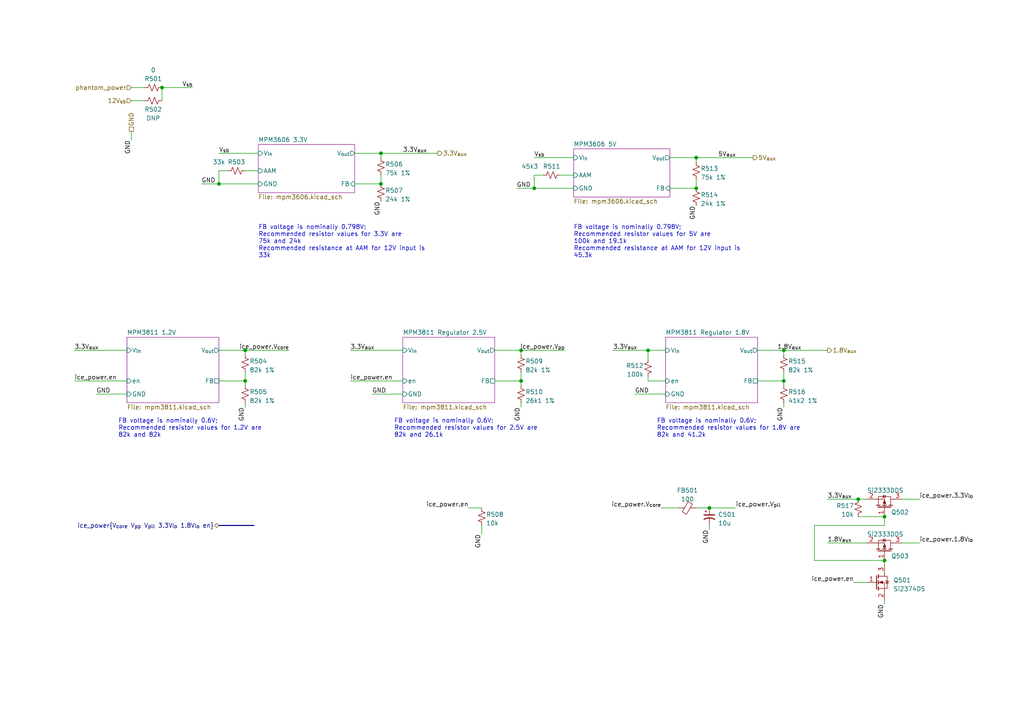
<source format=kicad_sch>
(kicad_sch (version 20210406) (generator eeschema)
  (paper "A4")
  (title_block (title "Common Slot to ATX Adapter") (rev "1"))
  (lib_symbols
    (symbol "proj_sym:C_Polarized" (pin_numbers hide) (pin_names (offset 0.254) hide)
      (property "Reference" "C" (at 0.254 1.778 0))
      (property "Value" "C_Polarized" (at 0.254 -2.032 0))
      (symbol "C_Polarized_0_1"
        (arc (start -1.524 -0.762) (end 1.524 -0.762) (radius (at 0 -3.556) (length 3.175) (angles 118.6 61.4)) (stroke (width 0.3048)))
        (polyline (pts (xy -1.524 0.508) (xy 1.524 0.508)) (stroke (width 0.3048)))
        (polyline (pts (xy -1.27 1.524) (xy -0.762 1.524)))
        (polyline (pts (xy -1.016 1.27) (xy -1.016 1.778)))
      )
      (symbol "C_Polarized_1_1"
        (pin passive line (at 0 2.54 270) (length 2.032) (name "~") (number "1"))
        (pin passive line (at 0 -2.54 90) (length 2.032) (name "~") (number "2"))
      )
    )
    (symbol "proj_sym:FerriteBead_Small" (pin_numbers hide) (pin_names (offset 0))
      (property "Reference" "FB" (at 1.905 1.27 0))
      (property "Value" "FerriteBead_Small" (at 1.905 -1.27 0))
      (symbol "FerriteBead_Small_0_1"
        (polyline (pts (xy 0 -1.27) (xy 0 -0.7874)))
        (polyline (pts (xy 0 0.889) (xy 0 1.2954)))
        (polyline (pts (xy -1.8288 0.2794) (xy -1.1176 1.4986) (xy 1.8288 -0.2032) (xy 1.1176 -1.4224) (xy -1.8288 0.2794)))
      )
      (symbol "FerriteBead_Small_1_1"
        (pin passive line (at 0 2.54 270) (length 1.27) (name "~") (number "1"))
        (pin passive line (at 0 -2.54 90) (length 1.27) (name "~") (number "2"))
      )
    )
    (symbol "proj_sym:Resistor" (pin_numbers hide) (pin_names (offset 0.254) hide)
      (property "Reference" "R" (at 0.762 0.508 0))
      (property "Value" "Resistor" (at 0.762 -1.016 0))
      (symbol "Resistor_1_1"
        (polyline (pts (xy 0 0) (xy 1.016 -0.381) (xy 0 -0.762) (xy -1.016 -1.143) (xy 0 -1.524)))
        (polyline (pts (xy 0 1.524) (xy 1.016 1.143) (xy 0 0.762) (xy -1.016 0.381) (xy 0 0)))
        (pin passive line (at 0 2.54 270) (length 1.016) (name "~") (number "1"))
        (pin passive line (at 0 -2.54 90) (length 1.016) (name "~") (number "2"))
      )
    )
    (symbol "proj_sym:Si2333DDS" (pin_names hide)
      (property "Reference" "Q" (at 5.08 1.905 0))
      (property "Value" "Si2333DDS" (at 5.08 0 0))
      (symbol "Si2333DDS_0_1"
        (polyline (pts (xy 0 0) (xy 0.254 0)) (stroke (width 0.1524)))
        (polyline (pts (xy 0.254 1.905) (xy 0.254 -1.905)) (stroke (width 0.254)))
        (polyline (pts (xy 0.762 -1.27) (xy 0.762 -2.286)) (stroke (width 0.254)))
        (polyline (pts (xy 0.762 0.508) (xy 0.762 -0.508)) (stroke (width 0.254)))
        (polyline (pts (xy 0.762 2.286) (xy 0.762 1.27)) (stroke (width 0.254)))
        (polyline (pts (xy 2.54 2.54) (xy 2.54 1.778)) (stroke (width 0.1524)))
        (polyline (pts (xy 2.54 -2.54) (xy 2.54 0) (xy 0.762 0)))
        (polyline (pts (xy 0.762 1.778) (xy 3.302 1.778) (xy 3.302 -1.778) (xy 0.762 -1.778)))
        (polyline (pts (xy 2.794 -0.508) (xy 2.921 -0.381) (xy 3.683 -0.381) (xy 3.81 -0.254)))
        (polyline (pts (xy 3.302 -0.381) (xy 2.921 0.254) (xy 3.683 0.254) (xy 3.302 -0.381)))
        (polyline (pts (xy 2.286 0) (xy 1.27 0.381) (xy 1.27 -0.381) (xy 2.286 0)) (fill (type outline)))
      )
      (symbol "Si2333DDS_1_1"
        (pin input line (at -2.54 0 0) (length 2.54) (name "G") (number "1"))
        (pin passive line (at 2.54 -5.08 90) (length 2.54) (name "S") (number "2"))
        (pin passive line (at 2.54 5.08 270) (length 2.54) (name "D") (number "3"))
      )
    )
    (symbol "proj_sym:Si2374DS" (pin_names hide)
      (property "Reference" "Q" (at 5.08 1.905 0))
      (property "Value" "Si2374DS" (at 5.08 0 0))
      (symbol "Si2374DS_0_1"
        (polyline (pts (xy 0 0) (xy 0.254 0)) (stroke (width 0.1524)))
        (polyline (pts (xy 0.254 1.905) (xy 0.254 -1.905)) (stroke (width 0.254)))
        (polyline (pts (xy 0.762 -1.27) (xy 0.762 -2.286)) (stroke (width 0.254)))
        (polyline (pts (xy 0.762 0.508) (xy 0.762 -0.508)) (stroke (width 0.254)))
        (polyline (pts (xy 0.762 2.286) (xy 0.762 1.27)) (stroke (width 0.254)))
        (polyline (pts (xy 2.54 1.778) (xy 2.54 2.54)) (stroke (width 0.1524)))
        (polyline (pts (xy 2.54 -2.54) (xy 2.54 0) (xy 0.762 0)))
        (polyline (pts (xy 0.762 -1.778) (xy 3.302 -1.778) (xy 3.302 1.778) (xy 0.762 1.778)))
        (polyline (pts (xy 2.794 0.508) (xy 2.921 0.381) (xy 3.683 0.381) (xy 3.81 0.254)))
        (polyline (pts (xy 3.302 0.381) (xy 2.921 -0.254) (xy 3.683 -0.254) (xy 3.302 0.381)))
        (polyline (pts (xy 1.016 0) (xy 2.032 0.381) (xy 2.032 -0.381) (xy 1.016 0)) (fill (type outline)))
      )
      (symbol "Si2374DS_1_1"
        (pin input line (at -2.54 0 0) (length 2.54) (name "G") (number "1"))
        (pin passive line (at 2.54 -5.08 90) (length 2.54) (name "S") (number "2"))
        (pin passive line (at 2.54 5.08 270) (length 2.54) (name "D") (number "3"))
      )
    )
  )
  (junction (at 46.99 25.4) (diameter 0.9144))
  (junction (at 63.5 53.34) (diameter 0.9144))
  (junction (at 71.12 101.6) (diameter 0.9144))
  (junction (at 71.12 110.49) (diameter 0.9144))
  (junction (at 110.49 44.45) (diameter 0.9144))
  (junction (at 110.49 53.34) (diameter 0.9144))
  (junction (at 151.13 101.6) (diameter 0.9144))
  (junction (at 151.13 110.49) (diameter 0.9144))
  (junction (at 154.94 54.61) (diameter 0.9144))
  (junction (at 187.96 101.6) (diameter 0.9144))
  (junction (at 201.93 45.72) (diameter 0.9144))
  (junction (at 201.93 54.61) (diameter 0.9144))
  (junction (at 205.74 147.32) (diameter 0.9144))
  (junction (at 227.33 101.6) (diameter 0.9144))
  (junction (at 227.33 110.49) (diameter 0.9144))
  (junction (at 248.92 144.78) (diameter 0.9144))
  (junction (at 256.54 149.86) (diameter 0.9144))
  (junction (at 256.54 162.56) (diameter 0.9144))
  (wire (pts (xy 21.59 101.6) (xy 36.83 101.6)))
  (wire (pts (xy 21.59 110.49) (xy 36.83 110.49)))
  (wire (pts (xy 27.94 114.3) (xy 36.83 114.3)))
  (wire (pts (xy 38.1 25.4) (xy 41.91 25.4)))
  (wire (pts (xy 38.1 29.21) (xy 41.91 29.21)))
  (wire (pts (xy 38.1 38.1) (xy 38.1 40.64)))
  (wire (pts (xy 46.99 25.4) (xy 46.99 29.21)))
  (wire (pts (xy 46.99 25.4) (xy 55.88 25.4)))
  (wire (pts (xy 58.42 53.34) (xy 63.5 53.34)))
  (wire (pts (xy 63.5 44.45) (xy 74.93 44.45)))
  (wire (pts (xy 63.5 49.53) (xy 63.5 53.34)))
  (wire (pts (xy 63.5 53.34) (xy 74.93 53.34)))
  (wire (pts (xy 63.5 101.6) (xy 71.12 101.6)))
  (wire (pts (xy 63.5 110.49) (xy 71.12 110.49)))
  (wire (pts (xy 66.04 49.53) (xy 63.5 49.53)))
  (wire (pts (xy 71.12 49.53) (xy 74.93 49.53)))
  (wire (pts (xy 71.12 101.6) (xy 83.82 101.6)))
  (wire (pts (xy 71.12 102.87) (xy 71.12 101.6)))
  (wire (pts (xy 71.12 107.95) (xy 71.12 110.49)))
  (wire (pts (xy 71.12 111.76) (xy 71.12 110.49)))
  (wire (pts (xy 71.12 116.84) (xy 71.12 118.11)))
  (wire (pts (xy 101.6 101.6) (xy 116.84 101.6)))
  (wire (pts (xy 101.6 110.49) (xy 116.84 110.49)))
  (wire (pts (xy 102.87 44.45) (xy 110.49 44.45)))
  (wire (pts (xy 102.87 53.34) (xy 110.49 53.34)))
  (wire (pts (xy 107.95 114.3) (xy 116.84 114.3)))
  (wire (pts (xy 110.49 44.45) (xy 127 44.45)))
  (wire (pts (xy 110.49 45.72) (xy 110.49 44.45)))
  (wire (pts (xy 110.49 50.8) (xy 110.49 53.34)))
  (wire (pts (xy 135.89 147.32) (xy 139.7 147.32)))
  (wire (pts (xy 139.7 152.4) (xy 139.7 154.94)))
  (wire (pts (xy 143.51 101.6) (xy 151.13 101.6)))
  (wire (pts (xy 143.51 110.49) (xy 151.13 110.49)))
  (wire (pts (xy 149.86 54.61) (xy 154.94 54.61)))
  (wire (pts (xy 151.13 101.6) (xy 163.83 101.6)))
  (wire (pts (xy 151.13 102.87) (xy 151.13 101.6)))
  (wire (pts (xy 151.13 107.95) (xy 151.13 110.49)))
  (wire (pts (xy 151.13 111.76) (xy 151.13 110.49)))
  (wire (pts (xy 151.13 116.84) (xy 151.13 118.11)))
  (wire (pts (xy 154.94 45.72) (xy 166.37 45.72)))
  (wire (pts (xy 154.94 50.8) (xy 154.94 54.61)))
  (wire (pts (xy 154.94 54.61) (xy 166.37 54.61)))
  (wire (pts (xy 157.48 50.8) (xy 154.94 50.8)))
  (wire (pts (xy 162.56 50.8) (xy 166.37 50.8)))
  (wire (pts (xy 177.8 101.6) (xy 187.96 101.6)))
  (wire (pts (xy 184.15 114.3) (xy 193.04 114.3)))
  (wire (pts (xy 187.96 101.6) (xy 187.96 104.14)))
  (wire (pts (xy 187.96 101.6) (xy 193.04 101.6)))
  (wire (pts (xy 187.96 109.22) (xy 187.96 110.49)))
  (wire (pts (xy 187.96 110.49) (xy 193.04 110.49)))
  (wire (pts (xy 191.77 147.32) (xy 196.85 147.32)))
  (wire (pts (xy 194.31 45.72) (xy 201.93 45.72)))
  (wire (pts (xy 194.31 54.61) (xy 201.93 54.61)))
  (wire (pts (xy 201.93 45.72) (xy 218.44 45.72)))
  (wire (pts (xy 201.93 46.99) (xy 201.93 45.72)))
  (wire (pts (xy 201.93 52.07) (xy 201.93 54.61)))
  (wire (pts (xy 201.93 147.32) (xy 205.74 147.32)))
  (wire (pts (xy 205.74 147.32) (xy 213.36 147.32)))
  (wire (pts (xy 205.74 152.4) (xy 205.74 153.67)))
  (wire (pts (xy 219.71 101.6) (xy 227.33 101.6)))
  (wire (pts (xy 219.71 110.49) (xy 227.33 110.49)))
  (wire (pts (xy 227.33 101.6) (xy 240.03 101.6)))
  (wire (pts (xy 227.33 102.87) (xy 227.33 101.6)))
  (wire (pts (xy 227.33 107.95) (xy 227.33 110.49)))
  (wire (pts (xy 227.33 111.76) (xy 227.33 110.49)))
  (wire (pts (xy 227.33 116.84) (xy 227.33 118.11)))
  (wire (pts (xy 236.22 152.4) (xy 236.22 162.56)))
  (wire (pts (xy 236.22 162.56) (xy 256.54 162.56)))
  (wire (pts (xy 240.03 144.78) (xy 248.92 144.78)))
  (wire (pts (xy 240.03 157.48) (xy 251.46 157.48)))
  (wire (pts (xy 247.65 168.91) (xy 251.46 168.91)))
  (wire (pts (xy 248.92 144.78) (xy 251.46 144.78)))
  (wire (pts (xy 248.92 149.86) (xy 256.54 149.86)))
  (wire (pts (xy 256.54 149.86) (xy 256.54 152.4)))
  (wire (pts (xy 256.54 152.4) (xy 236.22 152.4)))
  (wire (pts (xy 256.54 162.56) (xy 256.54 163.83)))
  (wire (pts (xy 256.54 173.99) (xy 256.54 175.26)))
  (wire (pts (xy 261.62 144.78) (xy 266.7 144.78)))
  (wire (pts (xy 261.62 157.48) (xy 266.7 157.48)))
  (bus (pts (xy 63.5 152.4) (xy 73.66 152.4)))
  (text "FB voltage is nominally 0.6V;\nRecommended resistor values for 1.2V are\n82k and 82k" (at 34.29 127 0) (effects (font (size 1.27 1.27)) (justify left bottom)))
  (text "FB voltage is nominally 0.798V;\nRecommended resistor values for 3.3V are\n75k and 24k\nRecommended resistance at AAM for 12V input is\n33k" (at 74.93 74.93 0) (effects (font (size 1.27 1.27)) (justify left bottom)))
  (text "FB voltage is nominally 0.6V;\nRecommended resistor values for 2.5V are\n82k and 26.1k" (at 114.3 127 0) (effects (font (size 1.27 1.27)) (justify left bottom)))
  (text "FB voltage is nominally 0.798V;\nRecommended resistor values for 5V are\n100k and 19.1k\nRecommended resistance at AAM for 12V input is\n45.3k" (at 166.37 74.93 0) (effects (font (size 1.27 1.27)) (justify left bottom)))
  (text "FB voltage is nominally 0.6V;\nRecommended resistor values for 1.8V are\n82k and 41.2k" (at 190.5 127 0) (effects (font (size 1.27 1.27)) (justify left bottom)))
  (label "3.3V_{aux}" (at 21.59 101.6 0))
  (label "ice_power.en" (at 21.59 110.49 0))
  (label "GND" (at 27.94 114.3 0))
  (label "GND" (at 38.1 40.64 270))
  (label "V_{sb}" (at 55.88 25.4 180))
  (label "GND" (at 58.42 53.34 0))
  (label "V_{sb}" (at 63.5 44.45 0))
  (label "GND" (at 71.12 118.11 270))
  (label "ice_power.V_{core}" (at 83.82 101.6 180))
  (label "3.3V_{aux}" (at 101.6 101.6 0))
  (label "ice_power.en" (at 101.6 110.49 0))
  (label "GND" (at 107.95 114.3 0))
  (label "GND" (at 110.49 58.42 270))
  (label "3.3V_{aux}" (at 116.84 44.45 0))
  (label "ice_power.en" (at 135.89 147.32 180))
  (label "GND" (at 139.7 154.94 270))
  (label "GND" (at 149.86 54.61 0))
  (label "GND" (at 151.13 118.11 270))
  (label "V_{sb}" (at 154.94 45.72 0))
  (label "ice_power.V_{pp}" (at 163.83 101.6 180))
  (label "3.3V_{aux}" (at 177.8 101.6 0))
  (label "GND" (at 184.15 114.3 0))
  (label "ice_power.V_{core}" (at 191.77 147.32 180))
  (label "GND" (at 201.93 59.69 270))
  (label "GND" (at 205.74 153.67 270))
  (label "5V_{aux}" (at 208.28 45.72 0))
  (label "ice_power.V_{pll}" (at 213.36 147.32 0))
  (label "GND" (at 227.33 118.11 270))
  (label "1.8V_{aux}" (at 232.41 101.6 180))
  (label "3.3V_{aux}" (at 240.03 144.78 0))
  (label "1.8V_{aux}" (at 240.03 157.48 0))
  (label "ice_power.en" (at 247.65 168.91 180))
  (label "GND" (at 256.54 175.26 270))
  (label "ice_power.3.3V_{io}" (at 266.7 144.78 0))
  (label "ice_power.1.8V_{io}" (at 266.7 157.48 0))
  (hierarchical_label "phantom_power" (shape input) (at 38.1 25.4 180))
  (hierarchical_label "12V_{sb}" (shape input) (at 38.1 29.21 180))
  (hierarchical_label "GND" (shape passive) (at 38.1 38.1 90))
  (hierarchical_label "ice_power{V_{core} V_{pp} V_{pll} 3.3V_{io} 1.8V_{io} en}" (shape bidirectional) (at 63.5 152.4 0))
  (hierarchical_label "3.3V_{aux}" (shape output) (at 127 44.45 0))
  (hierarchical_label "5V_{aux}" (shape output) (at 218.44 45.72 0))
  (hierarchical_label "1.8V_{aux}" (shape output) (at 240.03 101.6 0))
  (symbol (lib_id "proj_sym:Resistor") (at 44.45 25.4 90) (unit 1)
    (property "Reference" "R501" (at 44.45 22.86 90))
    (property "Value" "0" (at 44.45 20.32 90))
  )
  (symbol (lib_id "proj_sym:Resistor") (at 44.45 29.21 90) (unit 1)
    (property "Reference" "R502" (at 44.45 31.75 90))
    (property "Value" "DNP" (at 44.45 34.29 90))
  )
  (symbol (lib_id "proj_sym:Resistor") (at 68.58 49.53 90) (unit 1)
    (property "Reference" "R503" (at 68.58 46.99 90))
    (property "Value" "33k" (at 63.5 46.99 90))
  )
  (symbol (lib_id "proj_sym:Resistor") (at 71.12 105.41 0) (unit 1)
    (property "Reference" "R504" (at 72.39 104.7749 0) (effects (justify left)))
    (property "Value" "82k 1%" (at 72.39 107.3149 0) (effects (justify left)))
  )
  (symbol (lib_id "proj_sym:Resistor") (at 71.12 114.3 0) (unit 1)
    (property "Reference" "R505" (at 72.39 113.6649 0) (effects (justify left)))
    (property "Value" "82k 1%" (at 72.39 116.2049 0) (effects (justify left)))
  )
  (symbol (lib_id "proj_sym:Resistor") (at 110.49 48.26 0) (unit 1)
    (property "Reference" "R506" (at 111.76 47.6249 0) (effects (justify left)))
    (property "Value" "75k 1%" (at 111.76 50.1649 0) (effects (justify left)))
  )
  (symbol (lib_id "proj_sym:Resistor") (at 110.49 55.88 0) (unit 1)
    (property "Reference" "R507" (at 111.76 55.2449 0) (effects (justify left)))
    (property "Value" "24k 1%" (at 111.76 57.7849 0) (effects (justify left)))
  )
  (symbol (lib_id "proj_sym:Resistor") (at 139.7 149.86 0) (unit 1)
    (property "Reference" "R508" (at 140.97 149.2249 0) (effects (justify left)))
    (property "Value" "10k" (at 140.97 151.7649 0) (effects (justify left)))
  )
  (symbol (lib_id "proj_sym:Resistor") (at 151.13 105.41 0) (unit 1)
    (property "Reference" "R509" (at 152.4 104.7749 0) (effects (justify left)))
    (property "Value" "82k 1%" (at 152.4 107.3149 0) (effects (justify left)))
  )
  (symbol (lib_id "proj_sym:Resistor") (at 151.13 114.3 0) (unit 1)
    (property "Reference" "R510" (at 152.4 113.6649 0) (effects (justify left)))
    (property "Value" "26k1 1%" (at 152.4 116.2049 0) (effects (justify left)))
  )
  (symbol (lib_id "proj_sym:Resistor") (at 160.02 50.8 90) (unit 1)
    (property "Reference" "R511" (at 160.02 48.26 90))
    (property "Value" "45k3" (at 153.67 48.26 90))
  )
  (symbol (lib_id "proj_sym:Resistor") (at 187.96 106.68 0) (mirror y) (unit 1)
    (property "Reference" "R512" (at 186.69 106.0449 0) (effects (justify left)))
    (property "Value" "100k" (at 186.69 108.5849 0) (effects (justify left)))
  )
  (symbol (lib_id "proj_sym:Resistor") (at 201.93 49.53 0) (unit 1)
    (property "Reference" "R513" (at 203.2 48.8949 0) (effects (justify left)))
    (property "Value" "75k 1%" (at 203.2 51.4349 0) (effects (justify left)))
  )
  (symbol (lib_id "proj_sym:Resistor") (at 201.93 57.15 0) (unit 1)
    (property "Reference" "R514" (at 203.2 56.5149 0) (effects (justify left)))
    (property "Value" "24k 1%" (at 203.2 59.0549 0) (effects (justify left)))
  )
  (symbol (lib_id "proj_sym:Resistor") (at 227.33 105.41 0) (unit 1)
    (property "Reference" "R515" (at 228.6 104.7749 0) (effects (justify left)))
    (property "Value" "82k 1%" (at 228.6 107.3149 0) (effects (justify left)))
  )
  (symbol (lib_id "proj_sym:Resistor") (at 227.33 114.3 0) (unit 1)
    (property "Reference" "R516" (at 228.6 113.6649 0) (effects (justify left)))
    (property "Value" "41k2 1%" (at 228.6 116.2049 0) (effects (justify left)))
  )
  (symbol (lib_id "proj_sym:Resistor") (at 248.92 147.32 0) (mirror y) (unit 1)
    (property "Reference" "R517" (at 247.65 146.6849 0) (effects (justify left)))
    (property "Value" "10k" (at 247.65 149.2249 0) (effects (justify left)))
  )
  (symbol (lib_id "proj_sym:C_Polarized") (at 205.74 149.86 0) (unit 1)
    (property "Reference" "C501" (at 208.28 149.2249 0) (effects (justify left)))
    (property "Value" "10u" (at 208.28 151.7649 0) (effects (justify left)))
  )
  (symbol (lib_id "proj_sym:FerriteBead_Small") (at 199.39 147.32 90) (unit 1)
    (property "Reference" "FB501" (at 199.39 142.24 90))
    (property "Value" "100" (at 199.39 144.78 90))
  )
  (symbol (lib_id "proj_sym:Si2374DS") (at 254 168.91 0) (unit 1)
    (property "Reference" "Q501" (at 259.08 168.2749 0) (effects (justify left)))
    (property "Value" "Si2374DS" (at 259.08 170.8149 0) (effects (justify left)))
    (property "Datasheet" "${KIPRJMOD}/si2374ds/si2374ds-1764268.pdf" (effects hide))
  )
  (symbol (lib_id "proj_sym:Si2333DDS") (at 256.54 147.32 270) (mirror x) (unit 1)
    (property "Reference" "Q502" (at 258.445 148.59 90) (effects (justify left)))
    (property "Value" "Si2333DDS" (at 251.46 142.24 90) (effects (justify left)))
    (property "Datasheet" "${KIPRJMOD}/si2333dds/si2333dds-1764409.pdf" (effects hide))
  )
  (symbol (lib_id "proj_sym:Si2333DDS") (at 256.54 160.02 270) (mirror x) (unit 1)
    (property "Reference" "Q503" (at 258.445 161.29 90) (effects (justify left)))
    (property "Value" "Si2333DDS" (at 251.46 154.94 90) (effects (justify left)))
    (property "Datasheet" "${KIPRJMOD}/si2333dds/si2333dds-1764409.pdf" (effects hide))
  )
  (sheet (at 74.93 41.91) (size 27.94 13.97) (stroke (width 0.0006) (color 132 0 132 1)) (fill (color 255 255 255 0.0000))
    (property "Sheet name" "MPM3606 3.3V" (at 74.93 41.2743 0) (effects (justify left bottom)))
    (property "Sheet file" "mpm3606.kicad_sch" (at 74.93 56.3887 0) (effects (justify left top)))
    (pin "GND" input (at 74.93 53.34 180))
    (pin "V_{in}" input (at 74.93 44.45 180))
    (pin "V_{out}" output (at 102.87 44.45 0))
    (pin "FB" input (at 102.87 53.34 0))
    (pin "AAM" input (at 74.93 49.53 180))
  )
  (sheet (at 166.37 43.18) (size 27.94 13.97) (stroke (width 0.0006) (color 132 0 132 1)) (fill (color 255 255 255 0.0000))
    (property "Sheet name" "MPM3606 5V" (at 166.37 42.5443 0) (effects (justify left bottom)))
    (property "Sheet file" "mpm3606.kicad_sch" (at 166.37 57.6587 0) (effects (justify left top)))
    (pin "GND" input (at 166.37 54.61 180))
    (pin "V_{in}" input (at 166.37 45.72 180))
    (pin "V_{out}" output (at 194.31 45.72 0))
    (pin "FB" input (at 194.31 54.61 0))
    (pin "AAM" input (at 166.37 50.8 180))
  )
  (sheet (at 36.83 97.79) (size 26.67 19.05) (stroke (width 0.0006) (color 132 0 132 1)) (fill (color 255 255 255 0.0000))
    (property "Sheet name" "MPM3811 1.2V" (at 36.83 97.1543 0) (effects (justify left bottom)))
    (property "Sheet file" "mpm3811.kicad_sch" (at 36.83 117.3487 0) (effects (justify left top)))
    (pin "en" input (at 36.83 110.49 180))
    (pin "V_{out}" output (at 63.5 101.6 0))
    (pin "FB" passive (at 63.5 110.49 0))
    (pin "V_{in}" input (at 36.83 101.6 180))
    (pin "GND" input (at 36.83 114.3 180))
  )
  (sheet (at 193.04 97.79) (size 26.67 19.05) (stroke (width 0.0006) (color 132 0 132 1)) (fill (color 255 255 255 0.0000))
    (property "Sheet name" "MPM3811 Regulator 1.8V" (at 193.04 97.1543 0) (effects (justify left bottom)))
    (property "Sheet file" "mpm3811.kicad_sch" (at 193.04 117.3487 0) (effects (justify left top)))
    (pin "en" input (at 193.04 110.49 180))
    (pin "V_{out}" output (at 219.71 101.6 0))
    (pin "FB" passive (at 219.71 110.49 0))
    (pin "V_{in}" input (at 193.04 101.6 180))
    (pin "GND" input (at 193.04 114.3 180))
  )
  (sheet (at 116.84 97.79) (size 26.67 19.05) (stroke (width 0.0006) (color 132 0 132 1)) (fill (color 255 255 255 0.0000))
    (property "Sheet name" "MPM3811 Regulator 2.5V" (at 116.84 97.1543 0) (effects (justify left bottom)))
    (property "Sheet file" "mpm3811.kicad_sch" (at 116.84 117.3487 0) (effects (justify left top)))
    (pin "en" input (at 116.84 110.49 180))
    (pin "V_{out}" output (at 143.51 101.6 0))
    (pin "FB" passive (at 143.51 110.49 0))
    (pin "V_{in}" input (at 116.84 101.6 180))
    (pin "GND" input (at 116.84 114.3 180))
  )
)
</source>
